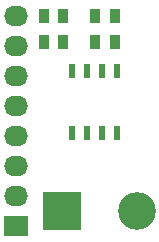
<source format=gts>
G04 #@! TF.FileFunction,Soldermask,Top*
%FSLAX46Y46*%
G04 Gerber Fmt 4.6, Leading zero omitted, Abs format (unit mm)*
G04 Created by KiCad (PCBNEW (2015-07-02 BZR 5871, Git 766da1e)-product) date 7/17/2015 2:49:38 PM*
%MOMM*%
G01*
G04 APERTURE LIST*
%ADD10C,0.100000*%
%ADD11R,0.510000X1.300000*%
%ADD12R,0.900000X1.200000*%
%ADD13R,2.032000X1.727200*%
%ADD14O,2.032000X1.727200*%
%ADD15R,3.200000X3.200000*%
%ADD16O,3.200000X3.200000*%
G04 APERTURE END LIST*
D10*
D11*
X162604100Y-106966780D03*
X161334100Y-106966780D03*
X160064100Y-106966780D03*
X158794100Y-106966780D03*
X158794100Y-112166780D03*
X160064100Y-112166780D03*
X161334100Y-112166780D03*
X162604100Y-112166780D03*
D12*
X162433000Y-102278000D03*
X162433000Y-104478000D03*
X160782000Y-102278000D03*
X160782000Y-104478000D03*
D13*
X154051000Y-120078500D03*
D14*
X154051000Y-117538500D03*
X154051000Y-114998500D03*
X154051000Y-112458500D03*
X154051000Y-109918500D03*
X154051000Y-107378500D03*
X154051000Y-104838500D03*
X154051000Y-102298500D03*
D12*
X156400500Y-104478000D03*
X156400500Y-102278000D03*
X158051500Y-104478000D03*
X158051500Y-102278000D03*
D15*
X157924500Y-118808500D03*
D16*
X164274500Y-118808500D03*
M02*

</source>
